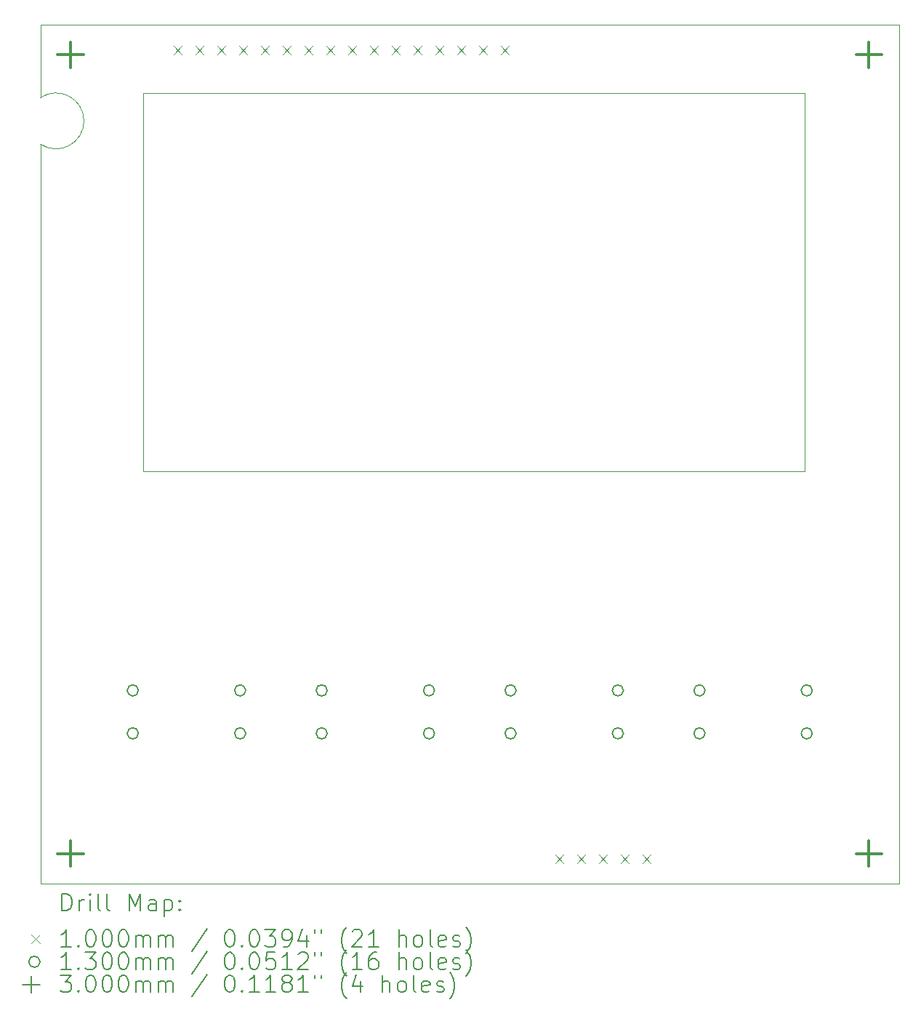
<source format=gbr>
%TF.GenerationSoftware,KiCad,Pcbnew,(6.0.8)*%
%TF.CreationDate,2023-03-03T00:49:53+05:30*%
%TF.ProjectId,STM32DryerPCB,53544d33-3244-4727-9965-725043422e6b,rev?*%
%TF.SameCoordinates,Original*%
%TF.FileFunction,Drillmap*%
%TF.FilePolarity,Positive*%
%FSLAX45Y45*%
G04 Gerber Fmt 4.5, Leading zero omitted, Abs format (unit mm)*
G04 Created by KiCad (PCBNEW (6.0.8)) date 2023-03-03 00:49:53*
%MOMM*%
%LPD*%
G01*
G04 APERTURE LIST*
%ADD10C,0.100000*%
%ADD11C,0.200000*%
%ADD12C,0.130000*%
%ADD13C,0.300000*%
G04 APERTURE END LIST*
D10*
X-19190000Y-3100000D02*
X-19190000Y-2250000D01*
X-19190000Y-3640000D02*
G75*
G03*
X-19190000Y-3100000I181739J270000D01*
G01*
X-9190000Y-12250000D02*
X-19190000Y-12250000D01*
X-19190000Y-12250000D02*
X-19190000Y-3640000D01*
X-9190000Y-2250000D02*
X-9190000Y-12250000D01*
X-19190000Y-2250000D02*
X-9190000Y-2250000D01*
X-17990000Y-3050000D02*
X-10290000Y-3050000D01*
X-10290000Y-3050000D02*
X-10290000Y-7450000D01*
X-10290000Y-7450000D02*
X-17990000Y-7450000D01*
X-17990000Y-7450000D02*
X-17990000Y-3050000D01*
D11*
D10*
X-17640000Y-2500000D02*
X-17540000Y-2600000D01*
X-17540000Y-2500000D02*
X-17640000Y-2600000D01*
X-17386000Y-2500000D02*
X-17286000Y-2600000D01*
X-17286000Y-2500000D02*
X-17386000Y-2600000D01*
X-17132000Y-2500000D02*
X-17032000Y-2600000D01*
X-17032000Y-2500000D02*
X-17132000Y-2600000D01*
X-16878000Y-2500000D02*
X-16778000Y-2600000D01*
X-16778000Y-2500000D02*
X-16878000Y-2600000D01*
X-16624000Y-2500000D02*
X-16524000Y-2600000D01*
X-16524000Y-2500000D02*
X-16624000Y-2600000D01*
X-16370000Y-2500000D02*
X-16270000Y-2600000D01*
X-16270000Y-2500000D02*
X-16370000Y-2600000D01*
X-16116000Y-2500000D02*
X-16016000Y-2600000D01*
X-16016000Y-2500000D02*
X-16116000Y-2600000D01*
X-15862000Y-2500000D02*
X-15762000Y-2600000D01*
X-15762000Y-2500000D02*
X-15862000Y-2600000D01*
X-15608000Y-2500000D02*
X-15508000Y-2600000D01*
X-15508000Y-2500000D02*
X-15608000Y-2600000D01*
X-15354000Y-2500000D02*
X-15254000Y-2600000D01*
X-15254000Y-2500000D02*
X-15354000Y-2600000D01*
X-15100000Y-2500000D02*
X-15000000Y-2600000D01*
X-15000000Y-2500000D02*
X-15100000Y-2600000D01*
X-14846000Y-2500000D02*
X-14746000Y-2600000D01*
X-14746000Y-2500000D02*
X-14846000Y-2600000D01*
X-14592000Y-2500000D02*
X-14492000Y-2600000D01*
X-14492000Y-2500000D02*
X-14592000Y-2600000D01*
X-14338000Y-2500000D02*
X-14238000Y-2600000D01*
X-14238000Y-2500000D02*
X-14338000Y-2600000D01*
X-14084000Y-2500000D02*
X-13984000Y-2600000D01*
X-13984000Y-2500000D02*
X-14084000Y-2600000D01*
X-13830000Y-2500000D02*
X-13730000Y-2600000D01*
X-13730000Y-2500000D02*
X-13830000Y-2600000D01*
X-13196000Y-11910000D02*
X-13096000Y-12010000D01*
X-13096000Y-11910000D02*
X-13196000Y-12010000D01*
X-12942000Y-11910000D02*
X-12842000Y-12010000D01*
X-12842000Y-11910000D02*
X-12942000Y-12010000D01*
X-12688000Y-11910000D02*
X-12588000Y-12010000D01*
X-12588000Y-11910000D02*
X-12688000Y-12010000D01*
X-12434000Y-11910000D02*
X-12334000Y-12010000D01*
X-12334000Y-11910000D02*
X-12434000Y-12010000D01*
X-12180000Y-11910000D02*
X-12080000Y-12010000D01*
X-12080000Y-11910000D02*
X-12180000Y-12010000D01*
D12*
X-18049000Y-10000000D02*
G75*
G03*
X-18049000Y-10000000I-65000J0D01*
G01*
X-18049000Y-10500000D02*
G75*
G03*
X-18049000Y-10500000I-65000J0D01*
G01*
X-16799000Y-10000000D02*
G75*
G03*
X-16799000Y-10000000I-65000J0D01*
G01*
X-16799000Y-10500000D02*
G75*
G03*
X-16799000Y-10500000I-65000J0D01*
G01*
X-15849000Y-10000000D02*
G75*
G03*
X-15849000Y-10000000I-65000J0D01*
G01*
X-15849000Y-10500000D02*
G75*
G03*
X-15849000Y-10500000I-65000J0D01*
G01*
X-14599000Y-10000000D02*
G75*
G03*
X-14599000Y-10000000I-65000J0D01*
G01*
X-14599000Y-10500000D02*
G75*
G03*
X-14599000Y-10500000I-65000J0D01*
G01*
X-13649000Y-10000000D02*
G75*
G03*
X-13649000Y-10000000I-65000J0D01*
G01*
X-13649000Y-10500000D02*
G75*
G03*
X-13649000Y-10500000I-65000J0D01*
G01*
X-12399000Y-10000000D02*
G75*
G03*
X-12399000Y-10000000I-65000J0D01*
G01*
X-12399000Y-10500000D02*
G75*
G03*
X-12399000Y-10500000I-65000J0D01*
G01*
X-11449000Y-10000000D02*
G75*
G03*
X-11449000Y-10000000I-65000J0D01*
G01*
X-11449000Y-10500000D02*
G75*
G03*
X-11449000Y-10500000I-65000J0D01*
G01*
X-10199000Y-10000000D02*
G75*
G03*
X-10199000Y-10000000I-65000J0D01*
G01*
X-10199000Y-10500000D02*
G75*
G03*
X-10199000Y-10500000I-65000J0D01*
G01*
D13*
X-18840000Y-2450000D02*
X-18840000Y-2750000D01*
X-18990000Y-2600000D02*
X-18690000Y-2600000D01*
X-18840000Y-11750000D02*
X-18840000Y-12050000D01*
X-18990000Y-11900000D02*
X-18690000Y-11900000D01*
X-9540000Y-2450000D02*
X-9540000Y-2750000D01*
X-9690000Y-2600000D02*
X-9390000Y-2600000D01*
X-9540000Y-11750000D02*
X-9540000Y-12050000D01*
X-9690000Y-11900000D02*
X-9390000Y-11900000D01*
D11*
X-18937381Y-12565476D02*
X-18937381Y-12365476D01*
X-18889762Y-12365476D01*
X-18861190Y-12375000D01*
X-18842143Y-12394048D01*
X-18832619Y-12413095D01*
X-18823095Y-12451190D01*
X-18823095Y-12479762D01*
X-18832619Y-12517857D01*
X-18842143Y-12536905D01*
X-18861190Y-12555952D01*
X-18889762Y-12565476D01*
X-18937381Y-12565476D01*
X-18737381Y-12565476D02*
X-18737381Y-12432143D01*
X-18737381Y-12470238D02*
X-18727857Y-12451190D01*
X-18718333Y-12441667D01*
X-18699286Y-12432143D01*
X-18680238Y-12432143D01*
X-18613571Y-12565476D02*
X-18613571Y-12432143D01*
X-18613571Y-12365476D02*
X-18623095Y-12375000D01*
X-18613571Y-12384524D01*
X-18604048Y-12375000D01*
X-18613571Y-12365476D01*
X-18613571Y-12384524D01*
X-18489762Y-12565476D02*
X-18508810Y-12555952D01*
X-18518333Y-12536905D01*
X-18518333Y-12365476D01*
X-18385000Y-12565476D02*
X-18404048Y-12555952D01*
X-18413571Y-12536905D01*
X-18413571Y-12365476D01*
X-18156429Y-12565476D02*
X-18156429Y-12365476D01*
X-18089762Y-12508333D01*
X-18023095Y-12365476D01*
X-18023095Y-12565476D01*
X-17842143Y-12565476D02*
X-17842143Y-12460714D01*
X-17851667Y-12441667D01*
X-17870714Y-12432143D01*
X-17908810Y-12432143D01*
X-17927857Y-12441667D01*
X-17842143Y-12555952D02*
X-17861190Y-12565476D01*
X-17908810Y-12565476D01*
X-17927857Y-12555952D01*
X-17937381Y-12536905D01*
X-17937381Y-12517857D01*
X-17927857Y-12498809D01*
X-17908810Y-12489286D01*
X-17861190Y-12489286D01*
X-17842143Y-12479762D01*
X-17746905Y-12432143D02*
X-17746905Y-12632143D01*
X-17746905Y-12441667D02*
X-17727857Y-12432143D01*
X-17689762Y-12432143D01*
X-17670714Y-12441667D01*
X-17661190Y-12451190D01*
X-17651667Y-12470238D01*
X-17651667Y-12527381D01*
X-17661190Y-12546428D01*
X-17670714Y-12555952D01*
X-17689762Y-12565476D01*
X-17727857Y-12565476D01*
X-17746905Y-12555952D01*
X-17565952Y-12546428D02*
X-17556429Y-12555952D01*
X-17565952Y-12565476D01*
X-17575476Y-12555952D01*
X-17565952Y-12546428D01*
X-17565952Y-12565476D01*
X-17565952Y-12441667D02*
X-17556429Y-12451190D01*
X-17565952Y-12460714D01*
X-17575476Y-12451190D01*
X-17565952Y-12441667D01*
X-17565952Y-12460714D01*
D10*
X-19295000Y-12845000D02*
X-19195000Y-12945000D01*
X-19195000Y-12845000D02*
X-19295000Y-12945000D01*
D11*
X-18832619Y-12985476D02*
X-18946905Y-12985476D01*
X-18889762Y-12985476D02*
X-18889762Y-12785476D01*
X-18908810Y-12814048D01*
X-18927857Y-12833095D01*
X-18946905Y-12842619D01*
X-18746905Y-12966428D02*
X-18737381Y-12975952D01*
X-18746905Y-12985476D01*
X-18756429Y-12975952D01*
X-18746905Y-12966428D01*
X-18746905Y-12985476D01*
X-18613571Y-12785476D02*
X-18594524Y-12785476D01*
X-18575476Y-12795000D01*
X-18565952Y-12804524D01*
X-18556429Y-12823571D01*
X-18546905Y-12861667D01*
X-18546905Y-12909286D01*
X-18556429Y-12947381D01*
X-18565952Y-12966428D01*
X-18575476Y-12975952D01*
X-18594524Y-12985476D01*
X-18613571Y-12985476D01*
X-18632619Y-12975952D01*
X-18642143Y-12966428D01*
X-18651667Y-12947381D01*
X-18661190Y-12909286D01*
X-18661190Y-12861667D01*
X-18651667Y-12823571D01*
X-18642143Y-12804524D01*
X-18632619Y-12795000D01*
X-18613571Y-12785476D01*
X-18423095Y-12785476D02*
X-18404048Y-12785476D01*
X-18385000Y-12795000D01*
X-18375476Y-12804524D01*
X-18365952Y-12823571D01*
X-18356429Y-12861667D01*
X-18356429Y-12909286D01*
X-18365952Y-12947381D01*
X-18375476Y-12966428D01*
X-18385000Y-12975952D01*
X-18404048Y-12985476D01*
X-18423095Y-12985476D01*
X-18442143Y-12975952D01*
X-18451667Y-12966428D01*
X-18461190Y-12947381D01*
X-18470714Y-12909286D01*
X-18470714Y-12861667D01*
X-18461190Y-12823571D01*
X-18451667Y-12804524D01*
X-18442143Y-12795000D01*
X-18423095Y-12785476D01*
X-18232619Y-12785476D02*
X-18213571Y-12785476D01*
X-18194524Y-12795000D01*
X-18185000Y-12804524D01*
X-18175476Y-12823571D01*
X-18165952Y-12861667D01*
X-18165952Y-12909286D01*
X-18175476Y-12947381D01*
X-18185000Y-12966428D01*
X-18194524Y-12975952D01*
X-18213571Y-12985476D01*
X-18232619Y-12985476D01*
X-18251667Y-12975952D01*
X-18261190Y-12966428D01*
X-18270714Y-12947381D01*
X-18280238Y-12909286D01*
X-18280238Y-12861667D01*
X-18270714Y-12823571D01*
X-18261190Y-12804524D01*
X-18251667Y-12795000D01*
X-18232619Y-12785476D01*
X-18080238Y-12985476D02*
X-18080238Y-12852143D01*
X-18080238Y-12871190D02*
X-18070714Y-12861667D01*
X-18051667Y-12852143D01*
X-18023095Y-12852143D01*
X-18004048Y-12861667D01*
X-17994524Y-12880714D01*
X-17994524Y-12985476D01*
X-17994524Y-12880714D02*
X-17985000Y-12861667D01*
X-17965952Y-12852143D01*
X-17937381Y-12852143D01*
X-17918333Y-12861667D01*
X-17908810Y-12880714D01*
X-17908810Y-12985476D01*
X-17813571Y-12985476D02*
X-17813571Y-12852143D01*
X-17813571Y-12871190D02*
X-17804048Y-12861667D01*
X-17785000Y-12852143D01*
X-17756429Y-12852143D01*
X-17737381Y-12861667D01*
X-17727857Y-12880714D01*
X-17727857Y-12985476D01*
X-17727857Y-12880714D02*
X-17718333Y-12861667D01*
X-17699286Y-12852143D01*
X-17670714Y-12852143D01*
X-17651667Y-12861667D01*
X-17642143Y-12880714D01*
X-17642143Y-12985476D01*
X-17251667Y-12775952D02*
X-17423095Y-13033095D01*
X-16994524Y-12785476D02*
X-16975476Y-12785476D01*
X-16956429Y-12795000D01*
X-16946905Y-12804524D01*
X-16937381Y-12823571D01*
X-16927857Y-12861667D01*
X-16927857Y-12909286D01*
X-16937381Y-12947381D01*
X-16946905Y-12966428D01*
X-16956429Y-12975952D01*
X-16975476Y-12985476D01*
X-16994524Y-12985476D01*
X-17013571Y-12975952D01*
X-17023095Y-12966428D01*
X-17032619Y-12947381D01*
X-17042143Y-12909286D01*
X-17042143Y-12861667D01*
X-17032619Y-12823571D01*
X-17023095Y-12804524D01*
X-17013571Y-12795000D01*
X-16994524Y-12785476D01*
X-16842143Y-12966428D02*
X-16832619Y-12975952D01*
X-16842143Y-12985476D01*
X-16851667Y-12975952D01*
X-16842143Y-12966428D01*
X-16842143Y-12985476D01*
X-16708809Y-12785476D02*
X-16689762Y-12785476D01*
X-16670714Y-12795000D01*
X-16661190Y-12804524D01*
X-16651667Y-12823571D01*
X-16642143Y-12861667D01*
X-16642143Y-12909286D01*
X-16651667Y-12947381D01*
X-16661190Y-12966428D01*
X-16670714Y-12975952D01*
X-16689762Y-12985476D01*
X-16708809Y-12985476D01*
X-16727857Y-12975952D01*
X-16737381Y-12966428D01*
X-16746905Y-12947381D01*
X-16756428Y-12909286D01*
X-16756428Y-12861667D01*
X-16746905Y-12823571D01*
X-16737381Y-12804524D01*
X-16727857Y-12795000D01*
X-16708809Y-12785476D01*
X-16575476Y-12785476D02*
X-16451667Y-12785476D01*
X-16518333Y-12861667D01*
X-16489762Y-12861667D01*
X-16470714Y-12871190D01*
X-16461190Y-12880714D01*
X-16451667Y-12899762D01*
X-16451667Y-12947381D01*
X-16461190Y-12966428D01*
X-16470714Y-12975952D01*
X-16489762Y-12985476D01*
X-16546905Y-12985476D01*
X-16565952Y-12975952D01*
X-16575476Y-12966428D01*
X-16356428Y-12985476D02*
X-16318333Y-12985476D01*
X-16299286Y-12975952D01*
X-16289762Y-12966428D01*
X-16270714Y-12937857D01*
X-16261190Y-12899762D01*
X-16261190Y-12823571D01*
X-16270714Y-12804524D01*
X-16280238Y-12795000D01*
X-16299286Y-12785476D01*
X-16337381Y-12785476D01*
X-16356428Y-12795000D01*
X-16365952Y-12804524D01*
X-16375476Y-12823571D01*
X-16375476Y-12871190D01*
X-16365952Y-12890238D01*
X-16356428Y-12899762D01*
X-16337381Y-12909286D01*
X-16299286Y-12909286D01*
X-16280238Y-12899762D01*
X-16270714Y-12890238D01*
X-16261190Y-12871190D01*
X-16089762Y-12852143D02*
X-16089762Y-12985476D01*
X-16137381Y-12775952D02*
X-16185000Y-12918809D01*
X-16061190Y-12918809D01*
X-15994524Y-12785476D02*
X-15994524Y-12823571D01*
X-15918333Y-12785476D02*
X-15918333Y-12823571D01*
X-15623095Y-13061667D02*
X-15632619Y-13052143D01*
X-15651667Y-13023571D01*
X-15661190Y-13004524D01*
X-15670714Y-12975952D01*
X-15680238Y-12928333D01*
X-15680238Y-12890238D01*
X-15670714Y-12842619D01*
X-15661190Y-12814048D01*
X-15651667Y-12795000D01*
X-15632619Y-12766428D01*
X-15623095Y-12756905D01*
X-15556428Y-12804524D02*
X-15546905Y-12795000D01*
X-15527857Y-12785476D01*
X-15480238Y-12785476D01*
X-15461190Y-12795000D01*
X-15451667Y-12804524D01*
X-15442143Y-12823571D01*
X-15442143Y-12842619D01*
X-15451667Y-12871190D01*
X-15565952Y-12985476D01*
X-15442143Y-12985476D01*
X-15251667Y-12985476D02*
X-15365952Y-12985476D01*
X-15308809Y-12985476D02*
X-15308809Y-12785476D01*
X-15327857Y-12814048D01*
X-15346905Y-12833095D01*
X-15365952Y-12842619D01*
X-15013571Y-12985476D02*
X-15013571Y-12785476D01*
X-14927857Y-12985476D02*
X-14927857Y-12880714D01*
X-14937381Y-12861667D01*
X-14956428Y-12852143D01*
X-14985000Y-12852143D01*
X-15004048Y-12861667D01*
X-15013571Y-12871190D01*
X-14804048Y-12985476D02*
X-14823095Y-12975952D01*
X-14832619Y-12966428D01*
X-14842143Y-12947381D01*
X-14842143Y-12890238D01*
X-14832619Y-12871190D01*
X-14823095Y-12861667D01*
X-14804048Y-12852143D01*
X-14775476Y-12852143D01*
X-14756428Y-12861667D01*
X-14746905Y-12871190D01*
X-14737381Y-12890238D01*
X-14737381Y-12947381D01*
X-14746905Y-12966428D01*
X-14756428Y-12975952D01*
X-14775476Y-12985476D01*
X-14804048Y-12985476D01*
X-14623095Y-12985476D02*
X-14642143Y-12975952D01*
X-14651667Y-12956905D01*
X-14651667Y-12785476D01*
X-14470714Y-12975952D02*
X-14489762Y-12985476D01*
X-14527857Y-12985476D01*
X-14546905Y-12975952D01*
X-14556428Y-12956905D01*
X-14556428Y-12880714D01*
X-14546905Y-12861667D01*
X-14527857Y-12852143D01*
X-14489762Y-12852143D01*
X-14470714Y-12861667D01*
X-14461190Y-12880714D01*
X-14461190Y-12899762D01*
X-14556428Y-12918809D01*
X-14385000Y-12975952D02*
X-14365952Y-12985476D01*
X-14327857Y-12985476D01*
X-14308809Y-12975952D01*
X-14299286Y-12956905D01*
X-14299286Y-12947381D01*
X-14308809Y-12928333D01*
X-14327857Y-12918809D01*
X-14356428Y-12918809D01*
X-14375476Y-12909286D01*
X-14385000Y-12890238D01*
X-14385000Y-12880714D01*
X-14375476Y-12861667D01*
X-14356428Y-12852143D01*
X-14327857Y-12852143D01*
X-14308809Y-12861667D01*
X-14232619Y-13061667D02*
X-14223095Y-13052143D01*
X-14204048Y-13023571D01*
X-14194524Y-13004524D01*
X-14185000Y-12975952D01*
X-14175476Y-12928333D01*
X-14175476Y-12890238D01*
X-14185000Y-12842619D01*
X-14194524Y-12814048D01*
X-14204048Y-12795000D01*
X-14223095Y-12766428D01*
X-14232619Y-12756905D01*
D12*
X-19195000Y-13159000D02*
G75*
G03*
X-19195000Y-13159000I-65000J0D01*
G01*
D11*
X-18832619Y-13249476D02*
X-18946905Y-13249476D01*
X-18889762Y-13249476D02*
X-18889762Y-13049476D01*
X-18908810Y-13078048D01*
X-18927857Y-13097095D01*
X-18946905Y-13106619D01*
X-18746905Y-13230428D02*
X-18737381Y-13239952D01*
X-18746905Y-13249476D01*
X-18756429Y-13239952D01*
X-18746905Y-13230428D01*
X-18746905Y-13249476D01*
X-18670714Y-13049476D02*
X-18546905Y-13049476D01*
X-18613571Y-13125667D01*
X-18585000Y-13125667D01*
X-18565952Y-13135190D01*
X-18556429Y-13144714D01*
X-18546905Y-13163762D01*
X-18546905Y-13211381D01*
X-18556429Y-13230428D01*
X-18565952Y-13239952D01*
X-18585000Y-13249476D01*
X-18642143Y-13249476D01*
X-18661190Y-13239952D01*
X-18670714Y-13230428D01*
X-18423095Y-13049476D02*
X-18404048Y-13049476D01*
X-18385000Y-13059000D01*
X-18375476Y-13068524D01*
X-18365952Y-13087571D01*
X-18356429Y-13125667D01*
X-18356429Y-13173286D01*
X-18365952Y-13211381D01*
X-18375476Y-13230428D01*
X-18385000Y-13239952D01*
X-18404048Y-13249476D01*
X-18423095Y-13249476D01*
X-18442143Y-13239952D01*
X-18451667Y-13230428D01*
X-18461190Y-13211381D01*
X-18470714Y-13173286D01*
X-18470714Y-13125667D01*
X-18461190Y-13087571D01*
X-18451667Y-13068524D01*
X-18442143Y-13059000D01*
X-18423095Y-13049476D01*
X-18232619Y-13049476D02*
X-18213571Y-13049476D01*
X-18194524Y-13059000D01*
X-18185000Y-13068524D01*
X-18175476Y-13087571D01*
X-18165952Y-13125667D01*
X-18165952Y-13173286D01*
X-18175476Y-13211381D01*
X-18185000Y-13230428D01*
X-18194524Y-13239952D01*
X-18213571Y-13249476D01*
X-18232619Y-13249476D01*
X-18251667Y-13239952D01*
X-18261190Y-13230428D01*
X-18270714Y-13211381D01*
X-18280238Y-13173286D01*
X-18280238Y-13125667D01*
X-18270714Y-13087571D01*
X-18261190Y-13068524D01*
X-18251667Y-13059000D01*
X-18232619Y-13049476D01*
X-18080238Y-13249476D02*
X-18080238Y-13116143D01*
X-18080238Y-13135190D02*
X-18070714Y-13125667D01*
X-18051667Y-13116143D01*
X-18023095Y-13116143D01*
X-18004048Y-13125667D01*
X-17994524Y-13144714D01*
X-17994524Y-13249476D01*
X-17994524Y-13144714D02*
X-17985000Y-13125667D01*
X-17965952Y-13116143D01*
X-17937381Y-13116143D01*
X-17918333Y-13125667D01*
X-17908810Y-13144714D01*
X-17908810Y-13249476D01*
X-17813571Y-13249476D02*
X-17813571Y-13116143D01*
X-17813571Y-13135190D02*
X-17804048Y-13125667D01*
X-17785000Y-13116143D01*
X-17756429Y-13116143D01*
X-17737381Y-13125667D01*
X-17727857Y-13144714D01*
X-17727857Y-13249476D01*
X-17727857Y-13144714D02*
X-17718333Y-13125667D01*
X-17699286Y-13116143D01*
X-17670714Y-13116143D01*
X-17651667Y-13125667D01*
X-17642143Y-13144714D01*
X-17642143Y-13249476D01*
X-17251667Y-13039952D02*
X-17423095Y-13297095D01*
X-16994524Y-13049476D02*
X-16975476Y-13049476D01*
X-16956429Y-13059000D01*
X-16946905Y-13068524D01*
X-16937381Y-13087571D01*
X-16927857Y-13125667D01*
X-16927857Y-13173286D01*
X-16937381Y-13211381D01*
X-16946905Y-13230428D01*
X-16956429Y-13239952D01*
X-16975476Y-13249476D01*
X-16994524Y-13249476D01*
X-17013571Y-13239952D01*
X-17023095Y-13230428D01*
X-17032619Y-13211381D01*
X-17042143Y-13173286D01*
X-17042143Y-13125667D01*
X-17032619Y-13087571D01*
X-17023095Y-13068524D01*
X-17013571Y-13059000D01*
X-16994524Y-13049476D01*
X-16842143Y-13230428D02*
X-16832619Y-13239952D01*
X-16842143Y-13249476D01*
X-16851667Y-13239952D01*
X-16842143Y-13230428D01*
X-16842143Y-13249476D01*
X-16708809Y-13049476D02*
X-16689762Y-13049476D01*
X-16670714Y-13059000D01*
X-16661190Y-13068524D01*
X-16651667Y-13087571D01*
X-16642143Y-13125667D01*
X-16642143Y-13173286D01*
X-16651667Y-13211381D01*
X-16661190Y-13230428D01*
X-16670714Y-13239952D01*
X-16689762Y-13249476D01*
X-16708809Y-13249476D01*
X-16727857Y-13239952D01*
X-16737381Y-13230428D01*
X-16746905Y-13211381D01*
X-16756428Y-13173286D01*
X-16756428Y-13125667D01*
X-16746905Y-13087571D01*
X-16737381Y-13068524D01*
X-16727857Y-13059000D01*
X-16708809Y-13049476D01*
X-16461190Y-13049476D02*
X-16556428Y-13049476D01*
X-16565952Y-13144714D01*
X-16556428Y-13135190D01*
X-16537381Y-13125667D01*
X-16489762Y-13125667D01*
X-16470714Y-13135190D01*
X-16461190Y-13144714D01*
X-16451667Y-13163762D01*
X-16451667Y-13211381D01*
X-16461190Y-13230428D01*
X-16470714Y-13239952D01*
X-16489762Y-13249476D01*
X-16537381Y-13249476D01*
X-16556428Y-13239952D01*
X-16565952Y-13230428D01*
X-16261190Y-13249476D02*
X-16375476Y-13249476D01*
X-16318333Y-13249476D02*
X-16318333Y-13049476D01*
X-16337381Y-13078048D01*
X-16356428Y-13097095D01*
X-16375476Y-13106619D01*
X-16185000Y-13068524D02*
X-16175476Y-13059000D01*
X-16156428Y-13049476D01*
X-16108809Y-13049476D01*
X-16089762Y-13059000D01*
X-16080238Y-13068524D01*
X-16070714Y-13087571D01*
X-16070714Y-13106619D01*
X-16080238Y-13135190D01*
X-16194524Y-13249476D01*
X-16070714Y-13249476D01*
X-15994524Y-13049476D02*
X-15994524Y-13087571D01*
X-15918333Y-13049476D02*
X-15918333Y-13087571D01*
X-15623095Y-13325667D02*
X-15632619Y-13316143D01*
X-15651667Y-13287571D01*
X-15661190Y-13268524D01*
X-15670714Y-13239952D01*
X-15680238Y-13192333D01*
X-15680238Y-13154238D01*
X-15670714Y-13106619D01*
X-15661190Y-13078048D01*
X-15651667Y-13059000D01*
X-15632619Y-13030428D01*
X-15623095Y-13020905D01*
X-15442143Y-13249476D02*
X-15556428Y-13249476D01*
X-15499286Y-13249476D02*
X-15499286Y-13049476D01*
X-15518333Y-13078048D01*
X-15537381Y-13097095D01*
X-15556428Y-13106619D01*
X-15270714Y-13049476D02*
X-15308809Y-13049476D01*
X-15327857Y-13059000D01*
X-15337381Y-13068524D01*
X-15356428Y-13097095D01*
X-15365952Y-13135190D01*
X-15365952Y-13211381D01*
X-15356428Y-13230428D01*
X-15346905Y-13239952D01*
X-15327857Y-13249476D01*
X-15289762Y-13249476D01*
X-15270714Y-13239952D01*
X-15261190Y-13230428D01*
X-15251667Y-13211381D01*
X-15251667Y-13163762D01*
X-15261190Y-13144714D01*
X-15270714Y-13135190D01*
X-15289762Y-13125667D01*
X-15327857Y-13125667D01*
X-15346905Y-13135190D01*
X-15356428Y-13144714D01*
X-15365952Y-13163762D01*
X-15013571Y-13249476D02*
X-15013571Y-13049476D01*
X-14927857Y-13249476D02*
X-14927857Y-13144714D01*
X-14937381Y-13125667D01*
X-14956428Y-13116143D01*
X-14985000Y-13116143D01*
X-15004048Y-13125667D01*
X-15013571Y-13135190D01*
X-14804048Y-13249476D02*
X-14823095Y-13239952D01*
X-14832619Y-13230428D01*
X-14842143Y-13211381D01*
X-14842143Y-13154238D01*
X-14832619Y-13135190D01*
X-14823095Y-13125667D01*
X-14804048Y-13116143D01*
X-14775476Y-13116143D01*
X-14756428Y-13125667D01*
X-14746905Y-13135190D01*
X-14737381Y-13154238D01*
X-14737381Y-13211381D01*
X-14746905Y-13230428D01*
X-14756428Y-13239952D01*
X-14775476Y-13249476D01*
X-14804048Y-13249476D01*
X-14623095Y-13249476D02*
X-14642143Y-13239952D01*
X-14651667Y-13220905D01*
X-14651667Y-13049476D01*
X-14470714Y-13239952D02*
X-14489762Y-13249476D01*
X-14527857Y-13249476D01*
X-14546905Y-13239952D01*
X-14556428Y-13220905D01*
X-14556428Y-13144714D01*
X-14546905Y-13125667D01*
X-14527857Y-13116143D01*
X-14489762Y-13116143D01*
X-14470714Y-13125667D01*
X-14461190Y-13144714D01*
X-14461190Y-13163762D01*
X-14556428Y-13182809D01*
X-14385000Y-13239952D02*
X-14365952Y-13249476D01*
X-14327857Y-13249476D01*
X-14308809Y-13239952D01*
X-14299286Y-13220905D01*
X-14299286Y-13211381D01*
X-14308809Y-13192333D01*
X-14327857Y-13182809D01*
X-14356428Y-13182809D01*
X-14375476Y-13173286D01*
X-14385000Y-13154238D01*
X-14385000Y-13144714D01*
X-14375476Y-13125667D01*
X-14356428Y-13116143D01*
X-14327857Y-13116143D01*
X-14308809Y-13125667D01*
X-14232619Y-13325667D02*
X-14223095Y-13316143D01*
X-14204048Y-13287571D01*
X-14194524Y-13268524D01*
X-14185000Y-13239952D01*
X-14175476Y-13192333D01*
X-14175476Y-13154238D01*
X-14185000Y-13106619D01*
X-14194524Y-13078048D01*
X-14204048Y-13059000D01*
X-14223095Y-13030428D01*
X-14232619Y-13020905D01*
X-19295000Y-13323000D02*
X-19295000Y-13523000D01*
X-19395000Y-13423000D02*
X-19195000Y-13423000D01*
X-18956429Y-13313476D02*
X-18832619Y-13313476D01*
X-18899286Y-13389667D01*
X-18870714Y-13389667D01*
X-18851667Y-13399190D01*
X-18842143Y-13408714D01*
X-18832619Y-13427762D01*
X-18832619Y-13475381D01*
X-18842143Y-13494428D01*
X-18851667Y-13503952D01*
X-18870714Y-13513476D01*
X-18927857Y-13513476D01*
X-18946905Y-13503952D01*
X-18956429Y-13494428D01*
X-18746905Y-13494428D02*
X-18737381Y-13503952D01*
X-18746905Y-13513476D01*
X-18756429Y-13503952D01*
X-18746905Y-13494428D01*
X-18746905Y-13513476D01*
X-18613571Y-13313476D02*
X-18594524Y-13313476D01*
X-18575476Y-13323000D01*
X-18565952Y-13332524D01*
X-18556429Y-13351571D01*
X-18546905Y-13389667D01*
X-18546905Y-13437286D01*
X-18556429Y-13475381D01*
X-18565952Y-13494428D01*
X-18575476Y-13503952D01*
X-18594524Y-13513476D01*
X-18613571Y-13513476D01*
X-18632619Y-13503952D01*
X-18642143Y-13494428D01*
X-18651667Y-13475381D01*
X-18661190Y-13437286D01*
X-18661190Y-13389667D01*
X-18651667Y-13351571D01*
X-18642143Y-13332524D01*
X-18632619Y-13323000D01*
X-18613571Y-13313476D01*
X-18423095Y-13313476D02*
X-18404048Y-13313476D01*
X-18385000Y-13323000D01*
X-18375476Y-13332524D01*
X-18365952Y-13351571D01*
X-18356429Y-13389667D01*
X-18356429Y-13437286D01*
X-18365952Y-13475381D01*
X-18375476Y-13494428D01*
X-18385000Y-13503952D01*
X-18404048Y-13513476D01*
X-18423095Y-13513476D01*
X-18442143Y-13503952D01*
X-18451667Y-13494428D01*
X-18461190Y-13475381D01*
X-18470714Y-13437286D01*
X-18470714Y-13389667D01*
X-18461190Y-13351571D01*
X-18451667Y-13332524D01*
X-18442143Y-13323000D01*
X-18423095Y-13313476D01*
X-18232619Y-13313476D02*
X-18213571Y-13313476D01*
X-18194524Y-13323000D01*
X-18185000Y-13332524D01*
X-18175476Y-13351571D01*
X-18165952Y-13389667D01*
X-18165952Y-13437286D01*
X-18175476Y-13475381D01*
X-18185000Y-13494428D01*
X-18194524Y-13503952D01*
X-18213571Y-13513476D01*
X-18232619Y-13513476D01*
X-18251667Y-13503952D01*
X-18261190Y-13494428D01*
X-18270714Y-13475381D01*
X-18280238Y-13437286D01*
X-18280238Y-13389667D01*
X-18270714Y-13351571D01*
X-18261190Y-13332524D01*
X-18251667Y-13323000D01*
X-18232619Y-13313476D01*
X-18080238Y-13513476D02*
X-18080238Y-13380143D01*
X-18080238Y-13399190D02*
X-18070714Y-13389667D01*
X-18051667Y-13380143D01*
X-18023095Y-13380143D01*
X-18004048Y-13389667D01*
X-17994524Y-13408714D01*
X-17994524Y-13513476D01*
X-17994524Y-13408714D02*
X-17985000Y-13389667D01*
X-17965952Y-13380143D01*
X-17937381Y-13380143D01*
X-17918333Y-13389667D01*
X-17908810Y-13408714D01*
X-17908810Y-13513476D01*
X-17813571Y-13513476D02*
X-17813571Y-13380143D01*
X-17813571Y-13399190D02*
X-17804048Y-13389667D01*
X-17785000Y-13380143D01*
X-17756429Y-13380143D01*
X-17737381Y-13389667D01*
X-17727857Y-13408714D01*
X-17727857Y-13513476D01*
X-17727857Y-13408714D02*
X-17718333Y-13389667D01*
X-17699286Y-13380143D01*
X-17670714Y-13380143D01*
X-17651667Y-13389667D01*
X-17642143Y-13408714D01*
X-17642143Y-13513476D01*
X-17251667Y-13303952D02*
X-17423095Y-13561095D01*
X-16994524Y-13313476D02*
X-16975476Y-13313476D01*
X-16956429Y-13323000D01*
X-16946905Y-13332524D01*
X-16937381Y-13351571D01*
X-16927857Y-13389667D01*
X-16927857Y-13437286D01*
X-16937381Y-13475381D01*
X-16946905Y-13494428D01*
X-16956429Y-13503952D01*
X-16975476Y-13513476D01*
X-16994524Y-13513476D01*
X-17013571Y-13503952D01*
X-17023095Y-13494428D01*
X-17032619Y-13475381D01*
X-17042143Y-13437286D01*
X-17042143Y-13389667D01*
X-17032619Y-13351571D01*
X-17023095Y-13332524D01*
X-17013571Y-13323000D01*
X-16994524Y-13313476D01*
X-16842143Y-13494428D02*
X-16832619Y-13503952D01*
X-16842143Y-13513476D01*
X-16851667Y-13503952D01*
X-16842143Y-13494428D01*
X-16842143Y-13513476D01*
X-16642143Y-13513476D02*
X-16756428Y-13513476D01*
X-16699286Y-13513476D02*
X-16699286Y-13313476D01*
X-16718333Y-13342048D01*
X-16737381Y-13361095D01*
X-16756428Y-13370619D01*
X-16451667Y-13513476D02*
X-16565952Y-13513476D01*
X-16508809Y-13513476D02*
X-16508809Y-13313476D01*
X-16527857Y-13342048D01*
X-16546905Y-13361095D01*
X-16565952Y-13370619D01*
X-16337381Y-13399190D02*
X-16356428Y-13389667D01*
X-16365952Y-13380143D01*
X-16375476Y-13361095D01*
X-16375476Y-13351571D01*
X-16365952Y-13332524D01*
X-16356428Y-13323000D01*
X-16337381Y-13313476D01*
X-16299286Y-13313476D01*
X-16280238Y-13323000D01*
X-16270714Y-13332524D01*
X-16261190Y-13351571D01*
X-16261190Y-13361095D01*
X-16270714Y-13380143D01*
X-16280238Y-13389667D01*
X-16299286Y-13399190D01*
X-16337381Y-13399190D01*
X-16356428Y-13408714D01*
X-16365952Y-13418238D01*
X-16375476Y-13437286D01*
X-16375476Y-13475381D01*
X-16365952Y-13494428D01*
X-16356428Y-13503952D01*
X-16337381Y-13513476D01*
X-16299286Y-13513476D01*
X-16280238Y-13503952D01*
X-16270714Y-13494428D01*
X-16261190Y-13475381D01*
X-16261190Y-13437286D01*
X-16270714Y-13418238D01*
X-16280238Y-13408714D01*
X-16299286Y-13399190D01*
X-16070714Y-13513476D02*
X-16185000Y-13513476D01*
X-16127857Y-13513476D02*
X-16127857Y-13313476D01*
X-16146905Y-13342048D01*
X-16165952Y-13361095D01*
X-16185000Y-13370619D01*
X-15994524Y-13313476D02*
X-15994524Y-13351571D01*
X-15918333Y-13313476D02*
X-15918333Y-13351571D01*
X-15623095Y-13589667D02*
X-15632619Y-13580143D01*
X-15651667Y-13551571D01*
X-15661190Y-13532524D01*
X-15670714Y-13503952D01*
X-15680238Y-13456333D01*
X-15680238Y-13418238D01*
X-15670714Y-13370619D01*
X-15661190Y-13342048D01*
X-15651667Y-13323000D01*
X-15632619Y-13294428D01*
X-15623095Y-13284905D01*
X-15461190Y-13380143D02*
X-15461190Y-13513476D01*
X-15508809Y-13303952D02*
X-15556428Y-13446809D01*
X-15432619Y-13446809D01*
X-15204048Y-13513476D02*
X-15204048Y-13313476D01*
X-15118333Y-13513476D02*
X-15118333Y-13408714D01*
X-15127857Y-13389667D01*
X-15146905Y-13380143D01*
X-15175476Y-13380143D01*
X-15194524Y-13389667D01*
X-15204048Y-13399190D01*
X-14994524Y-13513476D02*
X-15013571Y-13503952D01*
X-15023095Y-13494428D01*
X-15032619Y-13475381D01*
X-15032619Y-13418238D01*
X-15023095Y-13399190D01*
X-15013571Y-13389667D01*
X-14994524Y-13380143D01*
X-14965952Y-13380143D01*
X-14946905Y-13389667D01*
X-14937381Y-13399190D01*
X-14927857Y-13418238D01*
X-14927857Y-13475381D01*
X-14937381Y-13494428D01*
X-14946905Y-13503952D01*
X-14965952Y-13513476D01*
X-14994524Y-13513476D01*
X-14813571Y-13513476D02*
X-14832619Y-13503952D01*
X-14842143Y-13484905D01*
X-14842143Y-13313476D01*
X-14661190Y-13503952D02*
X-14680238Y-13513476D01*
X-14718333Y-13513476D01*
X-14737381Y-13503952D01*
X-14746905Y-13484905D01*
X-14746905Y-13408714D01*
X-14737381Y-13389667D01*
X-14718333Y-13380143D01*
X-14680238Y-13380143D01*
X-14661190Y-13389667D01*
X-14651667Y-13408714D01*
X-14651667Y-13427762D01*
X-14746905Y-13446809D01*
X-14575476Y-13503952D02*
X-14556428Y-13513476D01*
X-14518333Y-13513476D01*
X-14499286Y-13503952D01*
X-14489762Y-13484905D01*
X-14489762Y-13475381D01*
X-14499286Y-13456333D01*
X-14518333Y-13446809D01*
X-14546905Y-13446809D01*
X-14565952Y-13437286D01*
X-14575476Y-13418238D01*
X-14575476Y-13408714D01*
X-14565952Y-13389667D01*
X-14546905Y-13380143D01*
X-14518333Y-13380143D01*
X-14499286Y-13389667D01*
X-14423095Y-13589667D02*
X-14413571Y-13580143D01*
X-14394524Y-13551571D01*
X-14385000Y-13532524D01*
X-14375476Y-13503952D01*
X-14365952Y-13456333D01*
X-14365952Y-13418238D01*
X-14375476Y-13370619D01*
X-14385000Y-13342048D01*
X-14394524Y-13323000D01*
X-14413571Y-13294428D01*
X-14423095Y-13284905D01*
M02*

</source>
